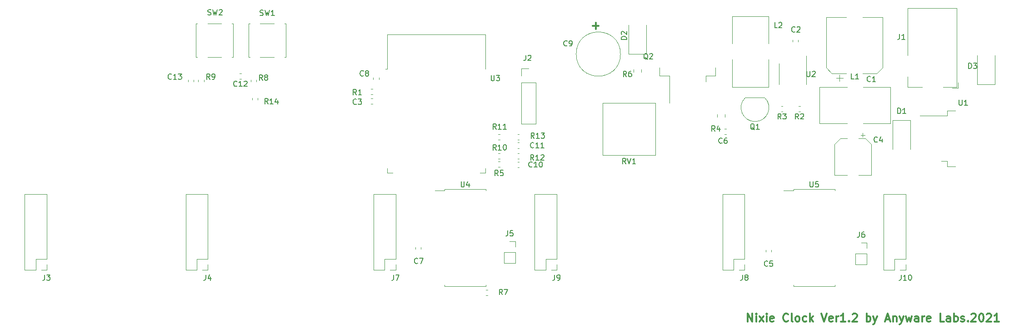
<source format=gbr>
G04 #@! TF.GenerationSoftware,KiCad,Pcbnew,(5.1.2-1)-1*
G04 #@! TF.CreationDate,2021-04-25T16:26:51+08:00*
G04 #@! TF.ProjectId,ESP32-Clock,45535033-322d-4436-9c6f-636b2e6b6963,rev?*
G04 #@! TF.SameCoordinates,Original*
G04 #@! TF.FileFunction,Legend,Top*
G04 #@! TF.FilePolarity,Positive*
%FSLAX46Y46*%
G04 Gerber Fmt 4.6, Leading zero omitted, Abs format (unit mm)*
G04 Created by KiCad (PCBNEW (5.1.2-1)-1) date 2021-04-25 16:26:51*
%MOMM*%
%LPD*%
G04 APERTURE LIST*
%ADD10C,0.300000*%
%ADD11C,0.120000*%
%ADD12C,0.150000*%
G04 APERTURE END LIST*
D10*
X186642857Y-144678571D02*
X186642857Y-143178571D01*
X187499999Y-144678571D01*
X187499999Y-143178571D01*
X188214285Y-144678571D02*
X188214285Y-143678571D01*
X188214285Y-143178571D02*
X188142857Y-143250000D01*
X188214285Y-143321428D01*
X188285714Y-143250000D01*
X188214285Y-143178571D01*
X188214285Y-143321428D01*
X188785714Y-144678571D02*
X189571428Y-143678571D01*
X188785714Y-143678571D02*
X189571428Y-144678571D01*
X190142857Y-144678571D02*
X190142857Y-143678571D01*
X190142857Y-143178571D02*
X190071428Y-143250000D01*
X190142857Y-143321428D01*
X190214285Y-143250000D01*
X190142857Y-143178571D01*
X190142857Y-143321428D01*
X191428571Y-144607142D02*
X191285714Y-144678571D01*
X190999999Y-144678571D01*
X190857142Y-144607142D01*
X190785714Y-144464285D01*
X190785714Y-143892857D01*
X190857142Y-143750000D01*
X190999999Y-143678571D01*
X191285714Y-143678571D01*
X191428571Y-143750000D01*
X191499999Y-143892857D01*
X191499999Y-144035714D01*
X190785714Y-144178571D01*
X194142857Y-144535714D02*
X194071428Y-144607142D01*
X193857142Y-144678571D01*
X193714285Y-144678571D01*
X193499999Y-144607142D01*
X193357142Y-144464285D01*
X193285714Y-144321428D01*
X193214285Y-144035714D01*
X193214285Y-143821428D01*
X193285714Y-143535714D01*
X193357142Y-143392857D01*
X193499999Y-143250000D01*
X193714285Y-143178571D01*
X193857142Y-143178571D01*
X194071428Y-143250000D01*
X194142857Y-143321428D01*
X194999999Y-144678571D02*
X194857142Y-144607142D01*
X194785714Y-144464285D01*
X194785714Y-143178571D01*
X195785714Y-144678571D02*
X195642857Y-144607142D01*
X195571428Y-144535714D01*
X195499999Y-144392857D01*
X195499999Y-143964285D01*
X195571428Y-143821428D01*
X195642857Y-143750000D01*
X195785714Y-143678571D01*
X195999999Y-143678571D01*
X196142857Y-143750000D01*
X196214285Y-143821428D01*
X196285714Y-143964285D01*
X196285714Y-144392857D01*
X196214285Y-144535714D01*
X196142857Y-144607142D01*
X195999999Y-144678571D01*
X195785714Y-144678571D01*
X197571428Y-144607142D02*
X197428571Y-144678571D01*
X197142857Y-144678571D01*
X196999999Y-144607142D01*
X196928571Y-144535714D01*
X196857142Y-144392857D01*
X196857142Y-143964285D01*
X196928571Y-143821428D01*
X196999999Y-143750000D01*
X197142857Y-143678571D01*
X197428571Y-143678571D01*
X197571428Y-143750000D01*
X198214285Y-144678571D02*
X198214285Y-143178571D01*
X198357142Y-144107142D02*
X198785714Y-144678571D01*
X198785714Y-143678571D02*
X198214285Y-144250000D01*
X200357142Y-143178571D02*
X200857142Y-144678571D01*
X201357142Y-143178571D01*
X202428571Y-144607142D02*
X202285714Y-144678571D01*
X201999999Y-144678571D01*
X201857142Y-144607142D01*
X201785714Y-144464285D01*
X201785714Y-143892857D01*
X201857142Y-143750000D01*
X201999999Y-143678571D01*
X202285714Y-143678571D01*
X202428571Y-143750000D01*
X202499999Y-143892857D01*
X202499999Y-144035714D01*
X201785714Y-144178571D01*
X203142857Y-144678571D02*
X203142857Y-143678571D01*
X203142857Y-143964285D02*
X203214285Y-143821428D01*
X203285714Y-143750000D01*
X203428571Y-143678571D01*
X203571428Y-143678571D01*
X204857142Y-144678571D02*
X204000000Y-144678571D01*
X204428571Y-144678571D02*
X204428571Y-143178571D01*
X204285714Y-143392857D01*
X204142857Y-143535714D01*
X204000000Y-143607142D01*
X205500000Y-144535714D02*
X205571428Y-144607142D01*
X205500000Y-144678571D01*
X205428571Y-144607142D01*
X205500000Y-144535714D01*
X205500000Y-144678571D01*
X206142857Y-143321428D02*
X206214285Y-143250000D01*
X206357142Y-143178571D01*
X206714285Y-143178571D01*
X206857142Y-143250000D01*
X206928571Y-143321428D01*
X206999999Y-143464285D01*
X206999999Y-143607142D01*
X206928571Y-143821428D01*
X206071428Y-144678571D01*
X206999999Y-144678571D01*
X208785714Y-144678571D02*
X208785714Y-143178571D01*
X208785714Y-143750000D02*
X208928571Y-143678571D01*
X209214285Y-143678571D01*
X209357142Y-143750000D01*
X209428571Y-143821428D01*
X209499999Y-143964285D01*
X209499999Y-144392857D01*
X209428571Y-144535714D01*
X209357142Y-144607142D01*
X209214285Y-144678571D01*
X208928571Y-144678571D01*
X208785714Y-144607142D01*
X209999999Y-143678571D02*
X210357142Y-144678571D01*
X210714285Y-143678571D02*
X210357142Y-144678571D01*
X210214285Y-145035714D01*
X210142857Y-145107142D01*
X209999999Y-145178571D01*
X212357142Y-144250000D02*
X213071428Y-144250000D01*
X212214285Y-144678571D02*
X212714285Y-143178571D01*
X213214285Y-144678571D01*
X213714285Y-143678571D02*
X213714285Y-144678571D01*
X213714285Y-143821428D02*
X213785714Y-143750000D01*
X213928571Y-143678571D01*
X214142857Y-143678571D01*
X214285714Y-143750000D01*
X214357142Y-143892857D01*
X214357142Y-144678571D01*
X214928571Y-143678571D02*
X215285714Y-144678571D01*
X215642857Y-143678571D02*
X215285714Y-144678571D01*
X215142857Y-145035714D01*
X215071428Y-145107142D01*
X214928571Y-145178571D01*
X216071428Y-143678571D02*
X216357142Y-144678571D01*
X216642857Y-143964285D01*
X216928571Y-144678571D01*
X217214285Y-143678571D01*
X218428571Y-144678571D02*
X218428571Y-143892857D01*
X218357142Y-143750000D01*
X218214285Y-143678571D01*
X217928571Y-143678571D01*
X217785714Y-143750000D01*
X218428571Y-144607142D02*
X218285714Y-144678571D01*
X217928571Y-144678571D01*
X217785714Y-144607142D01*
X217714285Y-144464285D01*
X217714285Y-144321428D01*
X217785714Y-144178571D01*
X217928571Y-144107142D01*
X218285714Y-144107142D01*
X218428571Y-144035714D01*
X219142857Y-144678571D02*
X219142857Y-143678571D01*
X219142857Y-143964285D02*
X219214285Y-143821428D01*
X219285714Y-143750000D01*
X219428571Y-143678571D01*
X219571428Y-143678571D01*
X220642857Y-144607142D02*
X220500000Y-144678571D01*
X220214285Y-144678571D01*
X220071428Y-144607142D01*
X220000000Y-144464285D01*
X220000000Y-143892857D01*
X220071428Y-143750000D01*
X220214285Y-143678571D01*
X220500000Y-143678571D01*
X220642857Y-143750000D01*
X220714285Y-143892857D01*
X220714285Y-144035714D01*
X220000000Y-144178571D01*
X223214285Y-144678571D02*
X222500000Y-144678571D01*
X222500000Y-143178571D01*
X224357142Y-144678571D02*
X224357142Y-143892857D01*
X224285714Y-143750000D01*
X224142857Y-143678571D01*
X223857142Y-143678571D01*
X223714285Y-143750000D01*
X224357142Y-144607142D02*
X224214285Y-144678571D01*
X223857142Y-144678571D01*
X223714285Y-144607142D01*
X223642857Y-144464285D01*
X223642857Y-144321428D01*
X223714285Y-144178571D01*
X223857142Y-144107142D01*
X224214285Y-144107142D01*
X224357142Y-144035714D01*
X225071428Y-144678571D02*
X225071428Y-143178571D01*
X225071428Y-143750000D02*
X225214285Y-143678571D01*
X225500000Y-143678571D01*
X225642857Y-143750000D01*
X225714285Y-143821428D01*
X225785714Y-143964285D01*
X225785714Y-144392857D01*
X225714285Y-144535714D01*
X225642857Y-144607142D01*
X225500000Y-144678571D01*
X225214285Y-144678571D01*
X225071428Y-144607142D01*
X226357142Y-144607142D02*
X226500000Y-144678571D01*
X226785714Y-144678571D01*
X226928571Y-144607142D01*
X227000000Y-144464285D01*
X227000000Y-144392857D01*
X226928571Y-144250000D01*
X226785714Y-144178571D01*
X226571428Y-144178571D01*
X226428571Y-144107142D01*
X226357142Y-143964285D01*
X226357142Y-143892857D01*
X226428571Y-143750000D01*
X226571428Y-143678571D01*
X226785714Y-143678571D01*
X226928571Y-143750000D01*
X227642857Y-144535714D02*
X227714285Y-144607142D01*
X227642857Y-144678571D01*
X227571428Y-144607142D01*
X227642857Y-144535714D01*
X227642857Y-144678571D01*
X228285714Y-143321428D02*
X228357142Y-143250000D01*
X228500000Y-143178571D01*
X228857142Y-143178571D01*
X229000000Y-143250000D01*
X229071428Y-143321428D01*
X229142857Y-143464285D01*
X229142857Y-143607142D01*
X229071428Y-143821428D01*
X228214285Y-144678571D01*
X229142857Y-144678571D01*
X230071428Y-143178571D02*
X230214285Y-143178571D01*
X230357142Y-143250000D01*
X230428571Y-143321428D01*
X230500000Y-143464285D01*
X230571428Y-143750000D01*
X230571428Y-144107142D01*
X230500000Y-144392857D01*
X230428571Y-144535714D01*
X230357142Y-144607142D01*
X230214285Y-144678571D01*
X230071428Y-144678571D01*
X229928571Y-144607142D01*
X229857142Y-144535714D01*
X229785714Y-144392857D01*
X229714285Y-144107142D01*
X229714285Y-143750000D01*
X229785714Y-143464285D01*
X229857142Y-143321428D01*
X229928571Y-143250000D01*
X230071428Y-143178571D01*
X231142857Y-143321428D02*
X231214285Y-143250000D01*
X231357142Y-143178571D01*
X231714285Y-143178571D01*
X231857142Y-143250000D01*
X231928571Y-143321428D01*
X232000000Y-143464285D01*
X232000000Y-143607142D01*
X231928571Y-143821428D01*
X231071428Y-144678571D01*
X232000000Y-144678571D01*
X233428571Y-144678571D02*
X232571428Y-144678571D01*
X233000000Y-144678571D02*
X233000000Y-143178571D01*
X232857142Y-143392857D01*
X232714285Y-143535714D01*
X232571428Y-143607142D01*
X158871428Y-89507142D02*
X157728571Y-89507142D01*
X158300000Y-90078571D02*
X158300000Y-88935714D01*
D11*
X165390000Y-97641422D02*
X165390000Y-98158578D01*
X166810000Y-97641422D02*
X166810000Y-98158578D01*
X197560000Y-98500000D02*
X197560000Y-95050000D01*
X197560000Y-98500000D02*
X197560000Y-100450000D01*
X192440000Y-98500000D02*
X192440000Y-96550000D01*
X192440000Y-98500000D02*
X192440000Y-100450000D01*
X56060000Y-135060000D02*
X55000000Y-135060000D01*
X56060000Y-134000000D02*
X56060000Y-135060000D01*
X54000000Y-135060000D02*
X51940000Y-135060000D01*
X54000000Y-133000000D02*
X54000000Y-135060000D01*
X56060000Y-133000000D02*
X54000000Y-133000000D01*
X51940000Y-135060000D02*
X51940000Y-120940000D01*
X56060000Y-133000000D02*
X56060000Y-120940000D01*
X56060000Y-120940000D02*
X51940000Y-120940000D01*
X86060000Y-135060000D02*
X85000000Y-135060000D01*
X86060000Y-134000000D02*
X86060000Y-135060000D01*
X84000000Y-135060000D02*
X81940000Y-135060000D01*
X84000000Y-133000000D02*
X84000000Y-135060000D01*
X86060000Y-133000000D02*
X84000000Y-133000000D01*
X81940000Y-135060000D02*
X81940000Y-120940000D01*
X86060000Y-133000000D02*
X86060000Y-120940000D01*
X86060000Y-120940000D02*
X81940000Y-120940000D01*
X121060000Y-135060000D02*
X120000000Y-135060000D01*
X121060000Y-134000000D02*
X121060000Y-135060000D01*
X119000000Y-135060000D02*
X116940000Y-135060000D01*
X119000000Y-133000000D02*
X119000000Y-135060000D01*
X121060000Y-133000000D02*
X119000000Y-133000000D01*
X116940000Y-135060000D02*
X116940000Y-120940000D01*
X121060000Y-133000000D02*
X121060000Y-120940000D01*
X121060000Y-120940000D02*
X116940000Y-120940000D01*
X186060000Y-135060000D02*
X185000000Y-135060000D01*
X186060000Y-134000000D02*
X186060000Y-135060000D01*
X184000000Y-135060000D02*
X181940000Y-135060000D01*
X184000000Y-133000000D02*
X184000000Y-135060000D01*
X186060000Y-133000000D02*
X184000000Y-133000000D01*
X181940000Y-135060000D02*
X181940000Y-120940000D01*
X186060000Y-133000000D02*
X186060000Y-120940000D01*
X186060000Y-120940000D02*
X181940000Y-120940000D01*
X151060000Y-135060000D02*
X150000000Y-135060000D01*
X151060000Y-134000000D02*
X151060000Y-135060000D01*
X149000000Y-135060000D02*
X146940000Y-135060000D01*
X149000000Y-133000000D02*
X149000000Y-135060000D01*
X151060000Y-133000000D02*
X149000000Y-133000000D01*
X146940000Y-135060000D02*
X146940000Y-120940000D01*
X151060000Y-133000000D02*
X151060000Y-120940000D01*
X151060000Y-120940000D02*
X146940000Y-120940000D01*
X216060000Y-135060000D02*
X215000000Y-135060000D01*
X216060000Y-134000000D02*
X216060000Y-135060000D01*
X214000000Y-135060000D02*
X211940000Y-135060000D01*
X214000000Y-133000000D02*
X214000000Y-135060000D01*
X216060000Y-133000000D02*
X214000000Y-133000000D01*
X211940000Y-135060000D02*
X211940000Y-120940000D01*
X216060000Y-133000000D02*
X216060000Y-120940000D01*
X216060000Y-120940000D02*
X211940000Y-120940000D01*
X211760000Y-87840000D02*
X208010000Y-87840000D01*
X201240000Y-87840000D02*
X204990000Y-87840000D01*
X201240000Y-97295563D02*
X201240000Y-87840000D01*
X211760000Y-97295563D02*
X211760000Y-87840000D01*
X210695563Y-98360000D02*
X208010000Y-98360000D01*
X202304437Y-98360000D02*
X204990000Y-98360000D01*
X202304437Y-98360000D02*
X201240000Y-97295563D01*
X210695563Y-98360000D02*
X211760000Y-97295563D01*
X203740000Y-99850000D02*
X203740000Y-98600000D01*
X203115000Y-99225000D02*
X204365000Y-99225000D01*
X196010000Y-92412779D02*
X196010000Y-92087221D01*
X194990000Y-92412779D02*
X194990000Y-92087221D01*
X116725279Y-103040000D02*
X116399721Y-103040000D01*
X116725279Y-104060000D02*
X116399721Y-104060000D01*
X202790000Y-117310000D02*
X205140000Y-117310000D01*
X209610000Y-117310000D02*
X207260000Y-117310000D01*
X209610000Y-111554437D02*
X209610000Y-117310000D01*
X202790000Y-111554437D02*
X202790000Y-117310000D01*
X203854437Y-110490000D02*
X205140000Y-110490000D01*
X208545563Y-110490000D02*
X207260000Y-110490000D01*
X208545563Y-110490000D02*
X209610000Y-111554437D01*
X203854437Y-110490000D02*
X202790000Y-111554437D01*
X208047500Y-109462500D02*
X208047500Y-110250000D01*
X208441250Y-109856250D02*
X207653750Y-109856250D01*
X191010000Y-131337221D02*
X191010000Y-131662779D01*
X189990000Y-131337221D02*
X189990000Y-131662779D01*
X182337221Y-108690000D02*
X182662779Y-108690000D01*
X182337221Y-109710000D02*
X182662779Y-109710000D01*
X124740000Y-130837221D02*
X124740000Y-131162779D01*
X125760000Y-130837221D02*
X125760000Y-131162779D01*
X116890000Y-99475279D02*
X116890000Y-99149721D01*
X117910000Y-99475279D02*
X117910000Y-99149721D01*
X162920000Y-94750000D02*
G75*
G03X162920000Y-94750000I-4120000J0D01*
G01*
X216900000Y-107100000D02*
X213600000Y-107100000D01*
X213600000Y-107100000D02*
X213600000Y-112500000D01*
X216900000Y-107100000D02*
X216900000Y-112500000D01*
X164450000Y-94700000D02*
X164450000Y-89300000D01*
X167750000Y-94700000D02*
X167750000Y-89300000D01*
X164450000Y-94700000D02*
X167750000Y-94700000D01*
X224750000Y-101100000D02*
X225800000Y-101100000D01*
X225800000Y-100050000D02*
X225800000Y-101100000D01*
X216400000Y-95000000D02*
X216400000Y-86200000D01*
X216400000Y-86200000D02*
X225600000Y-86200000D01*
X219100000Y-100900000D02*
X216400000Y-100900000D01*
X216400000Y-100900000D02*
X216400000Y-99000000D01*
X225600000Y-86200000D02*
X225600000Y-100900000D01*
X225600000Y-100900000D02*
X223000000Y-100900000D01*
X144470000Y-107750000D02*
X147130000Y-107750000D01*
X144470000Y-100070000D02*
X144470000Y-107750000D01*
X147130000Y-100070000D02*
X147130000Y-107750000D01*
X144470000Y-100070000D02*
X147130000Y-100070000D01*
X144470000Y-98800000D02*
X144470000Y-97470000D01*
X144470000Y-97470000D02*
X145800000Y-97470000D01*
X142250000Y-129690000D02*
X143310000Y-129690000D01*
X143310000Y-129690000D02*
X143310000Y-130750000D01*
X143310000Y-131750000D02*
X143310000Y-133810000D01*
X141190000Y-133810000D02*
X143310000Y-133810000D01*
X141190000Y-131750000D02*
X141190000Y-133810000D01*
X141190000Y-131750000D02*
X143310000Y-131750000D01*
X206690000Y-132000000D02*
X208810000Y-132000000D01*
X206690000Y-132000000D02*
X206690000Y-134060000D01*
X206690000Y-134060000D02*
X208810000Y-134060000D01*
X208810000Y-132000000D02*
X208810000Y-134060000D01*
X208810000Y-129940000D02*
X208810000Y-131000000D01*
X207750000Y-129940000D02*
X208810000Y-129940000D01*
X199980000Y-100930000D02*
X205122000Y-100930000D01*
X208078000Y-100930000D02*
X213220000Y-100930000D01*
X199980000Y-107670000D02*
X205122000Y-107670000D01*
X208078000Y-107670000D02*
X213220000Y-107670000D01*
X199980000Y-100930000D02*
X199980000Y-107670000D01*
X213220000Y-100930000D02*
X213220000Y-107670000D01*
X190470000Y-100920000D02*
X183730000Y-100920000D01*
X190470000Y-87680000D02*
X183730000Y-87680000D01*
X183730000Y-95778000D02*
X183730000Y-100920000D01*
X183730000Y-87680000D02*
X183730000Y-92822000D01*
X190470000Y-95778000D02*
X190470000Y-100920000D01*
X190470000Y-87680000D02*
X190470000Y-92822000D01*
X189780000Y-102900000D02*
X186180000Y-102900000D01*
X189818478Y-102911522D02*
G75*
G02X187980000Y-107350000I-1838478J-1838478D01*
G01*
X186141522Y-102911522D02*
G75*
G03X187980000Y-107350000I1838478J-1838478D01*
G01*
X170200000Y-97300000D02*
X170200000Y-98800000D01*
X170200000Y-98800000D02*
X172010000Y-98800000D01*
X172010000Y-98800000D02*
X172010000Y-103925000D01*
X180600000Y-97300000D02*
X180600000Y-98800000D01*
X180600000Y-98800000D02*
X178790000Y-98800000D01*
X178790000Y-98800000D02*
X178790000Y-99900000D01*
X116762779Y-101290000D02*
X116437221Y-101290000D01*
X116762779Y-102310000D02*
X116437221Y-102310000D01*
X196412779Y-105510000D02*
X196087221Y-105510000D01*
X196412779Y-104490000D02*
X196087221Y-104490000D01*
X193162779Y-104490000D02*
X192837221Y-104490000D01*
X193162779Y-105510000D02*
X192837221Y-105510000D01*
X182360000Y-105991422D02*
X182360000Y-106508578D01*
X180940000Y-105991422D02*
X180940000Y-106508578D01*
X140475279Y-115810000D02*
X140149721Y-115810000D01*
X140475279Y-114790000D02*
X140149721Y-114790000D01*
X137837221Y-138740000D02*
X138162779Y-138740000D01*
X137837221Y-139760000D02*
X138162779Y-139760000D01*
X169400000Y-113625000D02*
X159630000Y-113625000D01*
X169400000Y-103855000D02*
X159630000Y-103855000D01*
X169400000Y-113625000D02*
X169400000Y-103855000D01*
X159630000Y-113625000D02*
X159630000Y-103855000D01*
X225300000Y-105300000D02*
X223800000Y-105300000D01*
X223800000Y-105300000D02*
X223800000Y-106250000D01*
X223800000Y-106250000D02*
X218675000Y-106250000D01*
X225300000Y-115700000D02*
X223800000Y-115700000D01*
X223800000Y-115700000D02*
X223800000Y-114750000D01*
X223800000Y-114750000D02*
X222700000Y-114750000D01*
X119480000Y-116100000D02*
X119480000Y-116880000D01*
X119480000Y-116880000D02*
X120480000Y-116880000D01*
X137720000Y-116100000D02*
X137720000Y-116880000D01*
X137720000Y-116880000D02*
X136720000Y-116880000D01*
X119480000Y-91135000D02*
X137720000Y-91135000D01*
X137720000Y-91135000D02*
X137720000Y-97555000D01*
X119480000Y-91135000D02*
X119480000Y-97555000D01*
X119480000Y-97555000D02*
X119100000Y-97555000D01*
X130140000Y-120185000D02*
X128325000Y-120185000D01*
X130140000Y-119940000D02*
X130140000Y-120185000D01*
X134000000Y-119940000D02*
X130140000Y-119940000D01*
X137860000Y-119940000D02*
X137860000Y-120185000D01*
X134000000Y-119940000D02*
X137860000Y-119940000D01*
X130140000Y-138060000D02*
X130140000Y-137815000D01*
X134000000Y-138060000D02*
X130140000Y-138060000D01*
X137860000Y-138060000D02*
X137860000Y-137815000D01*
X134000000Y-138060000D02*
X137860000Y-138060000D01*
X199000000Y-138060000D02*
X202860000Y-138060000D01*
X202860000Y-138060000D02*
X202860000Y-137815000D01*
X199000000Y-138060000D02*
X195140000Y-138060000D01*
X195140000Y-138060000D02*
X195140000Y-137815000D01*
X199000000Y-119940000D02*
X202860000Y-119940000D01*
X202860000Y-119940000D02*
X202860000Y-120185000D01*
X199000000Y-119940000D02*
X195140000Y-119940000D01*
X195140000Y-119940000D02*
X195140000Y-120185000D01*
X195140000Y-120185000D02*
X193325000Y-120185000D01*
X229350000Y-100400000D02*
X232650000Y-100400000D01*
X232650000Y-100400000D02*
X232650000Y-95000000D01*
X229350000Y-100400000D02*
X229350000Y-95000000D01*
X94090000Y-99862779D02*
X94090000Y-99537221D01*
X95110000Y-99862779D02*
X95110000Y-99537221D01*
X85310000Y-99862779D02*
X85310000Y-99537221D01*
X84290000Y-99862779D02*
X84290000Y-99537221D01*
X95800000Y-89050000D02*
X98400000Y-89050000D01*
X100550000Y-95350000D02*
X100300000Y-95350000D01*
X100550000Y-89050000D02*
X100550000Y-95350000D01*
X100300000Y-89050000D02*
X100550000Y-89050000D01*
X98400000Y-95350000D02*
X95800000Y-95350000D01*
X93650000Y-89050000D02*
X93900000Y-89050000D01*
X93650000Y-95350000D02*
X93650000Y-89050000D01*
X93900000Y-95350000D02*
X93650000Y-95350000D01*
X84100000Y-95350000D02*
X83850000Y-95350000D01*
X83850000Y-95350000D02*
X83850000Y-89050000D01*
X83850000Y-89050000D02*
X84100000Y-89050000D01*
X88600000Y-95350000D02*
X86000000Y-95350000D01*
X90500000Y-89050000D02*
X90750000Y-89050000D01*
X90750000Y-89050000D02*
X90750000Y-95350000D01*
X90750000Y-95350000D02*
X90500000Y-95350000D01*
X86000000Y-89050000D02*
X88600000Y-89050000D01*
X144062779Y-115910000D02*
X143737221Y-115910000D01*
X144062779Y-114890000D02*
X143737221Y-114890000D01*
X144062779Y-111290000D02*
X143737221Y-111290000D01*
X144062779Y-112310000D02*
X143737221Y-112310000D01*
X140462779Y-114310000D02*
X140137221Y-114310000D01*
X140462779Y-113290000D02*
X140137221Y-113290000D01*
X140462779Y-109690000D02*
X140137221Y-109690000D01*
X140462779Y-110710000D02*
X140137221Y-110710000D01*
X143737221Y-113290000D02*
X144062779Y-113290000D01*
X143737221Y-114310000D02*
X144062779Y-114310000D01*
X143737221Y-110710000D02*
X144062779Y-110710000D01*
X143737221Y-109690000D02*
X144062779Y-109690000D01*
X95310000Y-102937221D02*
X95310000Y-103262779D01*
X94290000Y-102937221D02*
X94290000Y-103262779D01*
X92275279Y-99410000D02*
X91949721Y-99410000D01*
X92275279Y-98390000D02*
X91949721Y-98390000D01*
X82390000Y-99537221D02*
X82390000Y-99862779D01*
X83410000Y-99537221D02*
X83410000Y-99862779D01*
D12*
X164033333Y-98952380D02*
X163700000Y-98476190D01*
X163461904Y-98952380D02*
X163461904Y-97952380D01*
X163842857Y-97952380D01*
X163938095Y-98000000D01*
X163985714Y-98047619D01*
X164033333Y-98142857D01*
X164033333Y-98285714D01*
X163985714Y-98380952D01*
X163938095Y-98428571D01*
X163842857Y-98476190D01*
X163461904Y-98476190D01*
X164890476Y-97952380D02*
X164700000Y-97952380D01*
X164604761Y-98000000D01*
X164557142Y-98047619D01*
X164461904Y-98190476D01*
X164414285Y-98380952D01*
X164414285Y-98761904D01*
X164461904Y-98857142D01*
X164509523Y-98904761D01*
X164604761Y-98952380D01*
X164795238Y-98952380D01*
X164890476Y-98904761D01*
X164938095Y-98857142D01*
X164985714Y-98761904D01*
X164985714Y-98523809D01*
X164938095Y-98428571D01*
X164890476Y-98380952D01*
X164795238Y-98333333D01*
X164604761Y-98333333D01*
X164509523Y-98380952D01*
X164461904Y-98428571D01*
X164414285Y-98523809D01*
X197638095Y-97952380D02*
X197638095Y-98761904D01*
X197685714Y-98857142D01*
X197733333Y-98904761D01*
X197828571Y-98952380D01*
X198019047Y-98952380D01*
X198114285Y-98904761D01*
X198161904Y-98857142D01*
X198209523Y-98761904D01*
X198209523Y-97952380D01*
X198638095Y-98047619D02*
X198685714Y-98000000D01*
X198780952Y-97952380D01*
X199019047Y-97952380D01*
X199114285Y-98000000D01*
X199161904Y-98047619D01*
X199209523Y-98142857D01*
X199209523Y-98238095D01*
X199161904Y-98380952D01*
X198590476Y-98952380D01*
X199209523Y-98952380D01*
X55666666Y-135952380D02*
X55666666Y-136666666D01*
X55619047Y-136809523D01*
X55523809Y-136904761D01*
X55380952Y-136952380D01*
X55285714Y-136952380D01*
X56047619Y-135952380D02*
X56666666Y-135952380D01*
X56333333Y-136333333D01*
X56476190Y-136333333D01*
X56571428Y-136380952D01*
X56619047Y-136428571D01*
X56666666Y-136523809D01*
X56666666Y-136761904D01*
X56619047Y-136857142D01*
X56571428Y-136904761D01*
X56476190Y-136952380D01*
X56190476Y-136952380D01*
X56095238Y-136904761D01*
X56047619Y-136857142D01*
X85666666Y-135952380D02*
X85666666Y-136666666D01*
X85619047Y-136809523D01*
X85523809Y-136904761D01*
X85380952Y-136952380D01*
X85285714Y-136952380D01*
X86571428Y-136285714D02*
X86571428Y-136952380D01*
X86333333Y-135904761D02*
X86095238Y-136619047D01*
X86714285Y-136619047D01*
X120666666Y-135952380D02*
X120666666Y-136666666D01*
X120619047Y-136809523D01*
X120523809Y-136904761D01*
X120380952Y-136952380D01*
X120285714Y-136952380D01*
X121047619Y-135952380D02*
X121714285Y-135952380D01*
X121285714Y-136952380D01*
X185666666Y-135952380D02*
X185666666Y-136666666D01*
X185619047Y-136809523D01*
X185523809Y-136904761D01*
X185380952Y-136952380D01*
X185285714Y-136952380D01*
X186285714Y-136380952D02*
X186190476Y-136333333D01*
X186142857Y-136285714D01*
X186095238Y-136190476D01*
X186095238Y-136142857D01*
X186142857Y-136047619D01*
X186190476Y-136000000D01*
X186285714Y-135952380D01*
X186476190Y-135952380D01*
X186571428Y-136000000D01*
X186619047Y-136047619D01*
X186666666Y-136142857D01*
X186666666Y-136190476D01*
X186619047Y-136285714D01*
X186571428Y-136333333D01*
X186476190Y-136380952D01*
X186285714Y-136380952D01*
X186190476Y-136428571D01*
X186142857Y-136476190D01*
X186095238Y-136571428D01*
X186095238Y-136761904D01*
X186142857Y-136857142D01*
X186190476Y-136904761D01*
X186285714Y-136952380D01*
X186476190Y-136952380D01*
X186571428Y-136904761D01*
X186619047Y-136857142D01*
X186666666Y-136761904D01*
X186666666Y-136571428D01*
X186619047Y-136476190D01*
X186571428Y-136428571D01*
X186476190Y-136380952D01*
X150666666Y-135952380D02*
X150666666Y-136666666D01*
X150619047Y-136809523D01*
X150523809Y-136904761D01*
X150380952Y-136952380D01*
X150285714Y-136952380D01*
X151190476Y-136952380D02*
X151380952Y-136952380D01*
X151476190Y-136904761D01*
X151523809Y-136857142D01*
X151619047Y-136714285D01*
X151666666Y-136523809D01*
X151666666Y-136142857D01*
X151619047Y-136047619D01*
X151571428Y-136000000D01*
X151476190Y-135952380D01*
X151285714Y-135952380D01*
X151190476Y-136000000D01*
X151142857Y-136047619D01*
X151095238Y-136142857D01*
X151095238Y-136380952D01*
X151142857Y-136476190D01*
X151190476Y-136523809D01*
X151285714Y-136571428D01*
X151476190Y-136571428D01*
X151571428Y-136523809D01*
X151619047Y-136476190D01*
X151666666Y-136380952D01*
X215190476Y-135952380D02*
X215190476Y-136666666D01*
X215142857Y-136809523D01*
X215047619Y-136904761D01*
X214904761Y-136952380D01*
X214809523Y-136952380D01*
X216190476Y-136952380D02*
X215619047Y-136952380D01*
X215904761Y-136952380D02*
X215904761Y-135952380D01*
X215809523Y-136095238D01*
X215714285Y-136190476D01*
X215619047Y-136238095D01*
X216809523Y-135952380D02*
X216904761Y-135952380D01*
X217000000Y-136000000D01*
X217047619Y-136047619D01*
X217095238Y-136142857D01*
X217142857Y-136333333D01*
X217142857Y-136571428D01*
X217095238Y-136761904D01*
X217047619Y-136857142D01*
X217000000Y-136904761D01*
X216904761Y-136952380D01*
X216809523Y-136952380D01*
X216714285Y-136904761D01*
X216666666Y-136857142D01*
X216619047Y-136761904D01*
X216571428Y-136571428D01*
X216571428Y-136333333D01*
X216619047Y-136142857D01*
X216666666Y-136047619D01*
X216714285Y-136000000D01*
X216809523Y-135952380D01*
X209483333Y-99807142D02*
X209435714Y-99854761D01*
X209292857Y-99902380D01*
X209197619Y-99902380D01*
X209054761Y-99854761D01*
X208959523Y-99759523D01*
X208911904Y-99664285D01*
X208864285Y-99473809D01*
X208864285Y-99330952D01*
X208911904Y-99140476D01*
X208959523Y-99045238D01*
X209054761Y-98950000D01*
X209197619Y-98902380D01*
X209292857Y-98902380D01*
X209435714Y-98950000D01*
X209483333Y-98997619D01*
X210435714Y-99902380D02*
X209864285Y-99902380D01*
X210150000Y-99902380D02*
X210150000Y-98902380D01*
X210054761Y-99045238D01*
X209959523Y-99140476D01*
X209864285Y-99188095D01*
X195433333Y-90557142D02*
X195385714Y-90604761D01*
X195242857Y-90652380D01*
X195147619Y-90652380D01*
X195004761Y-90604761D01*
X194909523Y-90509523D01*
X194861904Y-90414285D01*
X194814285Y-90223809D01*
X194814285Y-90080952D01*
X194861904Y-89890476D01*
X194909523Y-89795238D01*
X195004761Y-89700000D01*
X195147619Y-89652380D01*
X195242857Y-89652380D01*
X195385714Y-89700000D01*
X195433333Y-89747619D01*
X195814285Y-89747619D02*
X195861904Y-89700000D01*
X195957142Y-89652380D01*
X196195238Y-89652380D01*
X196290476Y-89700000D01*
X196338095Y-89747619D01*
X196385714Y-89842857D01*
X196385714Y-89938095D01*
X196338095Y-90080952D01*
X195766666Y-90652380D01*
X196385714Y-90652380D01*
X113733333Y-104057142D02*
X113685714Y-104104761D01*
X113542857Y-104152380D01*
X113447619Y-104152380D01*
X113304761Y-104104761D01*
X113209523Y-104009523D01*
X113161904Y-103914285D01*
X113114285Y-103723809D01*
X113114285Y-103580952D01*
X113161904Y-103390476D01*
X113209523Y-103295238D01*
X113304761Y-103200000D01*
X113447619Y-103152380D01*
X113542857Y-103152380D01*
X113685714Y-103200000D01*
X113733333Y-103247619D01*
X114066666Y-103152380D02*
X114685714Y-103152380D01*
X114352380Y-103533333D01*
X114495238Y-103533333D01*
X114590476Y-103580952D01*
X114638095Y-103628571D01*
X114685714Y-103723809D01*
X114685714Y-103961904D01*
X114638095Y-104057142D01*
X114590476Y-104104761D01*
X114495238Y-104152380D01*
X114209523Y-104152380D01*
X114114285Y-104104761D01*
X114066666Y-104057142D01*
X210783333Y-111107142D02*
X210735714Y-111154761D01*
X210592857Y-111202380D01*
X210497619Y-111202380D01*
X210354761Y-111154761D01*
X210259523Y-111059523D01*
X210211904Y-110964285D01*
X210164285Y-110773809D01*
X210164285Y-110630952D01*
X210211904Y-110440476D01*
X210259523Y-110345238D01*
X210354761Y-110250000D01*
X210497619Y-110202380D01*
X210592857Y-110202380D01*
X210735714Y-110250000D01*
X210783333Y-110297619D01*
X211640476Y-110535714D02*
X211640476Y-111202380D01*
X211402380Y-110154761D02*
X211164285Y-110869047D01*
X211783333Y-110869047D01*
X190333333Y-134257142D02*
X190285714Y-134304761D01*
X190142857Y-134352380D01*
X190047619Y-134352380D01*
X189904761Y-134304761D01*
X189809523Y-134209523D01*
X189761904Y-134114285D01*
X189714285Y-133923809D01*
X189714285Y-133780952D01*
X189761904Y-133590476D01*
X189809523Y-133495238D01*
X189904761Y-133400000D01*
X190047619Y-133352380D01*
X190142857Y-133352380D01*
X190285714Y-133400000D01*
X190333333Y-133447619D01*
X191238095Y-133352380D02*
X190761904Y-133352380D01*
X190714285Y-133828571D01*
X190761904Y-133780952D01*
X190857142Y-133733333D01*
X191095238Y-133733333D01*
X191190476Y-133780952D01*
X191238095Y-133828571D01*
X191285714Y-133923809D01*
X191285714Y-134161904D01*
X191238095Y-134257142D01*
X191190476Y-134304761D01*
X191095238Y-134352380D01*
X190857142Y-134352380D01*
X190761904Y-134304761D01*
X190714285Y-134257142D01*
X181845833Y-111307142D02*
X181798214Y-111354761D01*
X181655357Y-111402380D01*
X181560119Y-111402380D01*
X181417261Y-111354761D01*
X181322023Y-111259523D01*
X181274404Y-111164285D01*
X181226785Y-110973809D01*
X181226785Y-110830952D01*
X181274404Y-110640476D01*
X181322023Y-110545238D01*
X181417261Y-110450000D01*
X181560119Y-110402380D01*
X181655357Y-110402380D01*
X181798214Y-110450000D01*
X181845833Y-110497619D01*
X182702976Y-110402380D02*
X182512500Y-110402380D01*
X182417261Y-110450000D01*
X182369642Y-110497619D01*
X182274404Y-110640476D01*
X182226785Y-110830952D01*
X182226785Y-111211904D01*
X182274404Y-111307142D01*
X182322023Y-111354761D01*
X182417261Y-111402380D01*
X182607738Y-111402380D01*
X182702976Y-111354761D01*
X182750595Y-111307142D01*
X182798214Y-111211904D01*
X182798214Y-110973809D01*
X182750595Y-110878571D01*
X182702976Y-110830952D01*
X182607738Y-110783333D01*
X182417261Y-110783333D01*
X182322023Y-110830952D01*
X182274404Y-110878571D01*
X182226785Y-110973809D01*
X125133333Y-133757142D02*
X125085714Y-133804761D01*
X124942857Y-133852380D01*
X124847619Y-133852380D01*
X124704761Y-133804761D01*
X124609523Y-133709523D01*
X124561904Y-133614285D01*
X124514285Y-133423809D01*
X124514285Y-133280952D01*
X124561904Y-133090476D01*
X124609523Y-132995238D01*
X124704761Y-132900000D01*
X124847619Y-132852380D01*
X124942857Y-132852380D01*
X125085714Y-132900000D01*
X125133333Y-132947619D01*
X125466666Y-132852380D02*
X126133333Y-132852380D01*
X125704761Y-133852380D01*
X115033333Y-98757142D02*
X114985714Y-98804761D01*
X114842857Y-98852380D01*
X114747619Y-98852380D01*
X114604761Y-98804761D01*
X114509523Y-98709523D01*
X114461904Y-98614285D01*
X114414285Y-98423809D01*
X114414285Y-98280952D01*
X114461904Y-98090476D01*
X114509523Y-97995238D01*
X114604761Y-97900000D01*
X114747619Y-97852380D01*
X114842857Y-97852380D01*
X114985714Y-97900000D01*
X115033333Y-97947619D01*
X115604761Y-98280952D02*
X115509523Y-98233333D01*
X115461904Y-98185714D01*
X115414285Y-98090476D01*
X115414285Y-98042857D01*
X115461904Y-97947619D01*
X115509523Y-97900000D01*
X115604761Y-97852380D01*
X115795238Y-97852380D01*
X115890476Y-97900000D01*
X115938095Y-97947619D01*
X115985714Y-98042857D01*
X115985714Y-98090476D01*
X115938095Y-98185714D01*
X115890476Y-98233333D01*
X115795238Y-98280952D01*
X115604761Y-98280952D01*
X115509523Y-98328571D01*
X115461904Y-98376190D01*
X115414285Y-98471428D01*
X115414285Y-98661904D01*
X115461904Y-98757142D01*
X115509523Y-98804761D01*
X115604761Y-98852380D01*
X115795238Y-98852380D01*
X115890476Y-98804761D01*
X115938095Y-98757142D01*
X115985714Y-98661904D01*
X115985714Y-98471428D01*
X115938095Y-98376190D01*
X115890476Y-98328571D01*
X115795238Y-98280952D01*
X152983333Y-93157142D02*
X152935714Y-93204761D01*
X152792857Y-93252380D01*
X152697619Y-93252380D01*
X152554761Y-93204761D01*
X152459523Y-93109523D01*
X152411904Y-93014285D01*
X152364285Y-92823809D01*
X152364285Y-92680952D01*
X152411904Y-92490476D01*
X152459523Y-92395238D01*
X152554761Y-92300000D01*
X152697619Y-92252380D01*
X152792857Y-92252380D01*
X152935714Y-92300000D01*
X152983333Y-92347619D01*
X153459523Y-93252380D02*
X153650000Y-93252380D01*
X153745238Y-93204761D01*
X153792857Y-93157142D01*
X153888095Y-93014285D01*
X153935714Y-92823809D01*
X153935714Y-92442857D01*
X153888095Y-92347619D01*
X153840476Y-92300000D01*
X153745238Y-92252380D01*
X153554761Y-92252380D01*
X153459523Y-92300000D01*
X153411904Y-92347619D01*
X153364285Y-92442857D01*
X153364285Y-92680952D01*
X153411904Y-92776190D01*
X153459523Y-92823809D01*
X153554761Y-92871428D01*
X153745238Y-92871428D01*
X153840476Y-92823809D01*
X153888095Y-92776190D01*
X153935714Y-92680952D01*
X214561904Y-105852380D02*
X214561904Y-104852380D01*
X214800000Y-104852380D01*
X214942857Y-104900000D01*
X215038095Y-104995238D01*
X215085714Y-105090476D01*
X215133333Y-105280952D01*
X215133333Y-105423809D01*
X215085714Y-105614285D01*
X215038095Y-105709523D01*
X214942857Y-105804761D01*
X214800000Y-105852380D01*
X214561904Y-105852380D01*
X216085714Y-105852380D02*
X215514285Y-105852380D01*
X215800000Y-105852380D02*
X215800000Y-104852380D01*
X215704761Y-104995238D01*
X215609523Y-105090476D01*
X215514285Y-105138095D01*
X164052380Y-92038095D02*
X163052380Y-92038095D01*
X163052380Y-91800000D01*
X163100000Y-91657142D01*
X163195238Y-91561904D01*
X163290476Y-91514285D01*
X163480952Y-91466666D01*
X163623809Y-91466666D01*
X163814285Y-91514285D01*
X163909523Y-91561904D01*
X164004761Y-91657142D01*
X164052380Y-91800000D01*
X164052380Y-92038095D01*
X163147619Y-91085714D02*
X163100000Y-91038095D01*
X163052380Y-90942857D01*
X163052380Y-90704761D01*
X163100000Y-90609523D01*
X163147619Y-90561904D01*
X163242857Y-90514285D01*
X163338095Y-90514285D01*
X163480952Y-90561904D01*
X164052380Y-91133333D01*
X164052380Y-90514285D01*
X214916666Y-91002380D02*
X214916666Y-91716666D01*
X214869047Y-91859523D01*
X214773809Y-91954761D01*
X214630952Y-92002380D01*
X214535714Y-92002380D01*
X215916666Y-92002380D02*
X215345238Y-92002380D01*
X215630952Y-92002380D02*
X215630952Y-91002380D01*
X215535714Y-91145238D01*
X215440476Y-91240476D01*
X215345238Y-91288095D01*
X145266666Y-94952380D02*
X145266666Y-95666666D01*
X145219047Y-95809523D01*
X145123809Y-95904761D01*
X144980952Y-95952380D01*
X144885714Y-95952380D01*
X145695238Y-95047619D02*
X145742857Y-95000000D01*
X145838095Y-94952380D01*
X146076190Y-94952380D01*
X146171428Y-95000000D01*
X146219047Y-95047619D01*
X146266666Y-95142857D01*
X146266666Y-95238095D01*
X146219047Y-95380952D01*
X145647619Y-95952380D01*
X146266666Y-95952380D01*
X141916666Y-127702380D02*
X141916666Y-128416666D01*
X141869047Y-128559523D01*
X141773809Y-128654761D01*
X141630952Y-128702380D01*
X141535714Y-128702380D01*
X142869047Y-127702380D02*
X142392857Y-127702380D01*
X142345238Y-128178571D01*
X142392857Y-128130952D01*
X142488095Y-128083333D01*
X142726190Y-128083333D01*
X142821428Y-128130952D01*
X142869047Y-128178571D01*
X142916666Y-128273809D01*
X142916666Y-128511904D01*
X142869047Y-128607142D01*
X142821428Y-128654761D01*
X142726190Y-128702380D01*
X142488095Y-128702380D01*
X142392857Y-128654761D01*
X142345238Y-128607142D01*
X207416666Y-127952380D02*
X207416666Y-128666666D01*
X207369047Y-128809523D01*
X207273809Y-128904761D01*
X207130952Y-128952380D01*
X207035714Y-128952380D01*
X208321428Y-127952380D02*
X208130952Y-127952380D01*
X208035714Y-128000000D01*
X207988095Y-128047619D01*
X207892857Y-128190476D01*
X207845238Y-128380952D01*
X207845238Y-128761904D01*
X207892857Y-128857142D01*
X207940476Y-128904761D01*
X208035714Y-128952380D01*
X208226190Y-128952380D01*
X208321428Y-128904761D01*
X208369047Y-128857142D01*
X208416666Y-128761904D01*
X208416666Y-128523809D01*
X208369047Y-128428571D01*
X208321428Y-128380952D01*
X208226190Y-128333333D01*
X208035714Y-128333333D01*
X207940476Y-128380952D01*
X207892857Y-128428571D01*
X207845238Y-128523809D01*
X206433333Y-99402380D02*
X205957142Y-99402380D01*
X205957142Y-98402380D01*
X207290476Y-99402380D02*
X206719047Y-99402380D01*
X207004761Y-99402380D02*
X207004761Y-98402380D01*
X206909523Y-98545238D01*
X206814285Y-98640476D01*
X206719047Y-98688095D01*
X192133333Y-89852380D02*
X191657142Y-89852380D01*
X191657142Y-88852380D01*
X192419047Y-88947619D02*
X192466666Y-88900000D01*
X192561904Y-88852380D01*
X192800000Y-88852380D01*
X192895238Y-88900000D01*
X192942857Y-88947619D01*
X192990476Y-89042857D01*
X192990476Y-89138095D01*
X192942857Y-89280952D01*
X192371428Y-89852380D01*
X192990476Y-89852380D01*
X187884761Y-108857619D02*
X187789523Y-108810000D01*
X187694285Y-108714761D01*
X187551428Y-108571904D01*
X187456190Y-108524285D01*
X187360952Y-108524285D01*
X187408571Y-108762380D02*
X187313333Y-108714761D01*
X187218095Y-108619523D01*
X187170476Y-108429047D01*
X187170476Y-108095714D01*
X187218095Y-107905238D01*
X187313333Y-107810000D01*
X187408571Y-107762380D01*
X187599047Y-107762380D01*
X187694285Y-107810000D01*
X187789523Y-107905238D01*
X187837142Y-108095714D01*
X187837142Y-108429047D01*
X187789523Y-108619523D01*
X187694285Y-108714761D01*
X187599047Y-108762380D01*
X187408571Y-108762380D01*
X188789523Y-108762380D02*
X188218095Y-108762380D01*
X188503809Y-108762380D02*
X188503809Y-107762380D01*
X188408571Y-107905238D01*
X188313333Y-108000476D01*
X188218095Y-108048095D01*
X168004761Y-95747619D02*
X167909523Y-95700000D01*
X167814285Y-95604761D01*
X167671428Y-95461904D01*
X167576190Y-95414285D01*
X167480952Y-95414285D01*
X167528571Y-95652380D02*
X167433333Y-95604761D01*
X167338095Y-95509523D01*
X167290476Y-95319047D01*
X167290476Y-94985714D01*
X167338095Y-94795238D01*
X167433333Y-94700000D01*
X167528571Y-94652380D01*
X167719047Y-94652380D01*
X167814285Y-94700000D01*
X167909523Y-94795238D01*
X167957142Y-94985714D01*
X167957142Y-95319047D01*
X167909523Y-95509523D01*
X167814285Y-95604761D01*
X167719047Y-95652380D01*
X167528571Y-95652380D01*
X168338095Y-94747619D02*
X168385714Y-94700000D01*
X168480952Y-94652380D01*
X168719047Y-94652380D01*
X168814285Y-94700000D01*
X168861904Y-94747619D01*
X168909523Y-94842857D01*
X168909523Y-94938095D01*
X168861904Y-95080952D01*
X168290476Y-95652380D01*
X168909523Y-95652380D01*
X113733333Y-102352380D02*
X113400000Y-101876190D01*
X113161904Y-102352380D02*
X113161904Y-101352380D01*
X113542857Y-101352380D01*
X113638095Y-101400000D01*
X113685714Y-101447619D01*
X113733333Y-101542857D01*
X113733333Y-101685714D01*
X113685714Y-101780952D01*
X113638095Y-101828571D01*
X113542857Y-101876190D01*
X113161904Y-101876190D01*
X114685714Y-102352380D02*
X114114285Y-102352380D01*
X114400000Y-102352380D02*
X114400000Y-101352380D01*
X114304761Y-101495238D01*
X114209523Y-101590476D01*
X114114285Y-101638095D01*
X196083333Y-106882380D02*
X195750000Y-106406190D01*
X195511904Y-106882380D02*
X195511904Y-105882380D01*
X195892857Y-105882380D01*
X195988095Y-105930000D01*
X196035714Y-105977619D01*
X196083333Y-106072857D01*
X196083333Y-106215714D01*
X196035714Y-106310952D01*
X195988095Y-106358571D01*
X195892857Y-106406190D01*
X195511904Y-106406190D01*
X196464285Y-105977619D02*
X196511904Y-105930000D01*
X196607142Y-105882380D01*
X196845238Y-105882380D01*
X196940476Y-105930000D01*
X196988095Y-105977619D01*
X197035714Y-106072857D01*
X197035714Y-106168095D01*
X196988095Y-106310952D01*
X196416666Y-106882380D01*
X197035714Y-106882380D01*
X192833333Y-106882380D02*
X192500000Y-106406190D01*
X192261904Y-106882380D02*
X192261904Y-105882380D01*
X192642857Y-105882380D01*
X192738095Y-105930000D01*
X192785714Y-105977619D01*
X192833333Y-106072857D01*
X192833333Y-106215714D01*
X192785714Y-106310952D01*
X192738095Y-106358571D01*
X192642857Y-106406190D01*
X192261904Y-106406190D01*
X193166666Y-105882380D02*
X193785714Y-105882380D01*
X193452380Y-106263333D01*
X193595238Y-106263333D01*
X193690476Y-106310952D01*
X193738095Y-106358571D01*
X193785714Y-106453809D01*
X193785714Y-106691904D01*
X193738095Y-106787142D01*
X193690476Y-106834761D01*
X193595238Y-106882380D01*
X193309523Y-106882380D01*
X193214285Y-106834761D01*
X193166666Y-106787142D01*
X180533333Y-109152380D02*
X180200000Y-108676190D01*
X179961904Y-109152380D02*
X179961904Y-108152380D01*
X180342857Y-108152380D01*
X180438095Y-108200000D01*
X180485714Y-108247619D01*
X180533333Y-108342857D01*
X180533333Y-108485714D01*
X180485714Y-108580952D01*
X180438095Y-108628571D01*
X180342857Y-108676190D01*
X179961904Y-108676190D01*
X181390476Y-108485714D02*
X181390476Y-109152380D01*
X181152380Y-108104761D02*
X180914285Y-108819047D01*
X181533333Y-108819047D01*
X140133333Y-117452380D02*
X139800000Y-116976190D01*
X139561904Y-117452380D02*
X139561904Y-116452380D01*
X139942857Y-116452380D01*
X140038095Y-116500000D01*
X140085714Y-116547619D01*
X140133333Y-116642857D01*
X140133333Y-116785714D01*
X140085714Y-116880952D01*
X140038095Y-116928571D01*
X139942857Y-116976190D01*
X139561904Y-116976190D01*
X141038095Y-116452380D02*
X140561904Y-116452380D01*
X140514285Y-116928571D01*
X140561904Y-116880952D01*
X140657142Y-116833333D01*
X140895238Y-116833333D01*
X140990476Y-116880952D01*
X141038095Y-116928571D01*
X141085714Y-117023809D01*
X141085714Y-117261904D01*
X141038095Y-117357142D01*
X140990476Y-117404761D01*
X140895238Y-117452380D01*
X140657142Y-117452380D01*
X140561904Y-117404761D01*
X140514285Y-117357142D01*
X140933333Y-139652380D02*
X140600000Y-139176190D01*
X140361904Y-139652380D02*
X140361904Y-138652380D01*
X140742857Y-138652380D01*
X140838095Y-138700000D01*
X140885714Y-138747619D01*
X140933333Y-138842857D01*
X140933333Y-138985714D01*
X140885714Y-139080952D01*
X140838095Y-139128571D01*
X140742857Y-139176190D01*
X140361904Y-139176190D01*
X141266666Y-138652380D02*
X141933333Y-138652380D01*
X141504761Y-139652380D01*
X163919761Y-115207380D02*
X163586428Y-114731190D01*
X163348333Y-115207380D02*
X163348333Y-114207380D01*
X163729285Y-114207380D01*
X163824523Y-114255000D01*
X163872142Y-114302619D01*
X163919761Y-114397857D01*
X163919761Y-114540714D01*
X163872142Y-114635952D01*
X163824523Y-114683571D01*
X163729285Y-114731190D01*
X163348333Y-114731190D01*
X164205476Y-114207380D02*
X164538809Y-115207380D01*
X164872142Y-114207380D01*
X165729285Y-115207380D02*
X165157857Y-115207380D01*
X165443571Y-115207380D02*
X165443571Y-114207380D01*
X165348333Y-114350238D01*
X165253095Y-114445476D01*
X165157857Y-114493095D01*
X225988095Y-103302380D02*
X225988095Y-104111904D01*
X226035714Y-104207142D01*
X226083333Y-104254761D01*
X226178571Y-104302380D01*
X226369047Y-104302380D01*
X226464285Y-104254761D01*
X226511904Y-104207142D01*
X226559523Y-104111904D01*
X226559523Y-103302380D01*
X227559523Y-104302380D02*
X226988095Y-104302380D01*
X227273809Y-104302380D02*
X227273809Y-103302380D01*
X227178571Y-103445238D01*
X227083333Y-103540476D01*
X226988095Y-103588095D01*
X138838095Y-98737380D02*
X138838095Y-99546904D01*
X138885714Y-99642142D01*
X138933333Y-99689761D01*
X139028571Y-99737380D01*
X139219047Y-99737380D01*
X139314285Y-99689761D01*
X139361904Y-99642142D01*
X139409523Y-99546904D01*
X139409523Y-98737380D01*
X139790476Y-98737380D02*
X140409523Y-98737380D01*
X140076190Y-99118333D01*
X140219047Y-99118333D01*
X140314285Y-99165952D01*
X140361904Y-99213571D01*
X140409523Y-99308809D01*
X140409523Y-99546904D01*
X140361904Y-99642142D01*
X140314285Y-99689761D01*
X140219047Y-99737380D01*
X139933333Y-99737380D01*
X139838095Y-99689761D01*
X139790476Y-99642142D01*
X133238095Y-118552380D02*
X133238095Y-119361904D01*
X133285714Y-119457142D01*
X133333333Y-119504761D01*
X133428571Y-119552380D01*
X133619047Y-119552380D01*
X133714285Y-119504761D01*
X133761904Y-119457142D01*
X133809523Y-119361904D01*
X133809523Y-118552380D01*
X134714285Y-118885714D02*
X134714285Y-119552380D01*
X134476190Y-118504761D02*
X134238095Y-119219047D01*
X134857142Y-119219047D01*
X198238095Y-118552380D02*
X198238095Y-119361904D01*
X198285714Y-119457142D01*
X198333333Y-119504761D01*
X198428571Y-119552380D01*
X198619047Y-119552380D01*
X198714285Y-119504761D01*
X198761904Y-119457142D01*
X198809523Y-119361904D01*
X198809523Y-118552380D01*
X199761904Y-118552380D02*
X199285714Y-118552380D01*
X199238095Y-119028571D01*
X199285714Y-118980952D01*
X199380952Y-118933333D01*
X199619047Y-118933333D01*
X199714285Y-118980952D01*
X199761904Y-119028571D01*
X199809523Y-119123809D01*
X199809523Y-119361904D01*
X199761904Y-119457142D01*
X199714285Y-119504761D01*
X199619047Y-119552380D01*
X199380952Y-119552380D01*
X199285714Y-119504761D01*
X199238095Y-119457142D01*
X227761904Y-97452380D02*
X227761904Y-96452380D01*
X228000000Y-96452380D01*
X228142857Y-96500000D01*
X228238095Y-96595238D01*
X228285714Y-96690476D01*
X228333333Y-96880952D01*
X228333333Y-97023809D01*
X228285714Y-97214285D01*
X228238095Y-97309523D01*
X228142857Y-97404761D01*
X228000000Y-97452380D01*
X227761904Y-97452380D01*
X228666666Y-96452380D02*
X229285714Y-96452380D01*
X228952380Y-96833333D01*
X229095238Y-96833333D01*
X229190476Y-96880952D01*
X229238095Y-96928571D01*
X229285714Y-97023809D01*
X229285714Y-97261904D01*
X229238095Y-97357142D01*
X229190476Y-97404761D01*
X229095238Y-97452380D01*
X228809523Y-97452380D01*
X228714285Y-97404761D01*
X228666666Y-97357142D01*
X96233333Y-99652380D02*
X95900000Y-99176190D01*
X95661904Y-99652380D02*
X95661904Y-98652380D01*
X96042857Y-98652380D01*
X96138095Y-98700000D01*
X96185714Y-98747619D01*
X96233333Y-98842857D01*
X96233333Y-98985714D01*
X96185714Y-99080952D01*
X96138095Y-99128571D01*
X96042857Y-99176190D01*
X95661904Y-99176190D01*
X96804761Y-99080952D02*
X96709523Y-99033333D01*
X96661904Y-98985714D01*
X96614285Y-98890476D01*
X96614285Y-98842857D01*
X96661904Y-98747619D01*
X96709523Y-98700000D01*
X96804761Y-98652380D01*
X96995238Y-98652380D01*
X97090476Y-98700000D01*
X97138095Y-98747619D01*
X97185714Y-98842857D01*
X97185714Y-98890476D01*
X97138095Y-98985714D01*
X97090476Y-99033333D01*
X96995238Y-99080952D01*
X96804761Y-99080952D01*
X96709523Y-99128571D01*
X96661904Y-99176190D01*
X96614285Y-99271428D01*
X96614285Y-99461904D01*
X96661904Y-99557142D01*
X96709523Y-99604761D01*
X96804761Y-99652380D01*
X96995238Y-99652380D01*
X97090476Y-99604761D01*
X97138095Y-99557142D01*
X97185714Y-99461904D01*
X97185714Y-99271428D01*
X97138095Y-99176190D01*
X97090476Y-99128571D01*
X96995238Y-99080952D01*
X86433333Y-99452380D02*
X86100000Y-98976190D01*
X85861904Y-99452380D02*
X85861904Y-98452380D01*
X86242857Y-98452380D01*
X86338095Y-98500000D01*
X86385714Y-98547619D01*
X86433333Y-98642857D01*
X86433333Y-98785714D01*
X86385714Y-98880952D01*
X86338095Y-98928571D01*
X86242857Y-98976190D01*
X85861904Y-98976190D01*
X86909523Y-99452380D02*
X87100000Y-99452380D01*
X87195238Y-99404761D01*
X87242857Y-99357142D01*
X87338095Y-99214285D01*
X87385714Y-99023809D01*
X87385714Y-98642857D01*
X87338095Y-98547619D01*
X87290476Y-98500000D01*
X87195238Y-98452380D01*
X87004761Y-98452380D01*
X86909523Y-98500000D01*
X86861904Y-98547619D01*
X86814285Y-98642857D01*
X86814285Y-98880952D01*
X86861904Y-98976190D01*
X86909523Y-99023809D01*
X87004761Y-99071428D01*
X87195238Y-99071428D01*
X87290476Y-99023809D01*
X87338095Y-98976190D01*
X87385714Y-98880952D01*
X95766666Y-87504761D02*
X95909523Y-87552380D01*
X96147619Y-87552380D01*
X96242857Y-87504761D01*
X96290476Y-87457142D01*
X96338095Y-87361904D01*
X96338095Y-87266666D01*
X96290476Y-87171428D01*
X96242857Y-87123809D01*
X96147619Y-87076190D01*
X95957142Y-87028571D01*
X95861904Y-86980952D01*
X95814285Y-86933333D01*
X95766666Y-86838095D01*
X95766666Y-86742857D01*
X95814285Y-86647619D01*
X95861904Y-86600000D01*
X95957142Y-86552380D01*
X96195238Y-86552380D01*
X96338095Y-86600000D01*
X96671428Y-86552380D02*
X96909523Y-87552380D01*
X97100000Y-86838095D01*
X97290476Y-87552380D01*
X97528571Y-86552380D01*
X98433333Y-87552380D02*
X97861904Y-87552380D01*
X98147619Y-87552380D02*
X98147619Y-86552380D01*
X98052380Y-86695238D01*
X97957142Y-86790476D01*
X97861904Y-86838095D01*
X86066666Y-87404761D02*
X86209523Y-87452380D01*
X86447619Y-87452380D01*
X86542857Y-87404761D01*
X86590476Y-87357142D01*
X86638095Y-87261904D01*
X86638095Y-87166666D01*
X86590476Y-87071428D01*
X86542857Y-87023809D01*
X86447619Y-86976190D01*
X86257142Y-86928571D01*
X86161904Y-86880952D01*
X86114285Y-86833333D01*
X86066666Y-86738095D01*
X86066666Y-86642857D01*
X86114285Y-86547619D01*
X86161904Y-86500000D01*
X86257142Y-86452380D01*
X86495238Y-86452380D01*
X86638095Y-86500000D01*
X86971428Y-86452380D02*
X87209523Y-87452380D01*
X87400000Y-86738095D01*
X87590476Y-87452380D01*
X87828571Y-86452380D01*
X88161904Y-86547619D02*
X88209523Y-86500000D01*
X88304761Y-86452380D01*
X88542857Y-86452380D01*
X88638095Y-86500000D01*
X88685714Y-86547619D01*
X88733333Y-86642857D01*
X88733333Y-86738095D01*
X88685714Y-86880952D01*
X88114285Y-87452380D01*
X88733333Y-87452380D01*
X146457142Y-115757142D02*
X146409523Y-115804761D01*
X146266666Y-115852380D01*
X146171428Y-115852380D01*
X146028571Y-115804761D01*
X145933333Y-115709523D01*
X145885714Y-115614285D01*
X145838095Y-115423809D01*
X145838095Y-115280952D01*
X145885714Y-115090476D01*
X145933333Y-114995238D01*
X146028571Y-114900000D01*
X146171428Y-114852380D01*
X146266666Y-114852380D01*
X146409523Y-114900000D01*
X146457142Y-114947619D01*
X147409523Y-115852380D02*
X146838095Y-115852380D01*
X147123809Y-115852380D02*
X147123809Y-114852380D01*
X147028571Y-114995238D01*
X146933333Y-115090476D01*
X146838095Y-115138095D01*
X148028571Y-114852380D02*
X148123809Y-114852380D01*
X148219047Y-114900000D01*
X148266666Y-114947619D01*
X148314285Y-115042857D01*
X148361904Y-115233333D01*
X148361904Y-115471428D01*
X148314285Y-115661904D01*
X148266666Y-115757142D01*
X148219047Y-115804761D01*
X148123809Y-115852380D01*
X148028571Y-115852380D01*
X147933333Y-115804761D01*
X147885714Y-115757142D01*
X147838095Y-115661904D01*
X147790476Y-115471428D01*
X147790476Y-115233333D01*
X147838095Y-115042857D01*
X147885714Y-114947619D01*
X147933333Y-114900000D01*
X148028571Y-114852380D01*
X146757142Y-112157142D02*
X146709523Y-112204761D01*
X146566666Y-112252380D01*
X146471428Y-112252380D01*
X146328571Y-112204761D01*
X146233333Y-112109523D01*
X146185714Y-112014285D01*
X146138095Y-111823809D01*
X146138095Y-111680952D01*
X146185714Y-111490476D01*
X146233333Y-111395238D01*
X146328571Y-111300000D01*
X146471428Y-111252380D01*
X146566666Y-111252380D01*
X146709523Y-111300000D01*
X146757142Y-111347619D01*
X147709523Y-112252380D02*
X147138095Y-112252380D01*
X147423809Y-112252380D02*
X147423809Y-111252380D01*
X147328571Y-111395238D01*
X147233333Y-111490476D01*
X147138095Y-111538095D01*
X148661904Y-112252380D02*
X148090476Y-112252380D01*
X148376190Y-112252380D02*
X148376190Y-111252380D01*
X148280952Y-111395238D01*
X148185714Y-111490476D01*
X148090476Y-111538095D01*
X139757142Y-112652380D02*
X139423809Y-112176190D01*
X139185714Y-112652380D02*
X139185714Y-111652380D01*
X139566666Y-111652380D01*
X139661904Y-111700000D01*
X139709523Y-111747619D01*
X139757142Y-111842857D01*
X139757142Y-111985714D01*
X139709523Y-112080952D01*
X139661904Y-112128571D01*
X139566666Y-112176190D01*
X139185714Y-112176190D01*
X140709523Y-112652380D02*
X140138095Y-112652380D01*
X140423809Y-112652380D02*
X140423809Y-111652380D01*
X140328571Y-111795238D01*
X140233333Y-111890476D01*
X140138095Y-111938095D01*
X141328571Y-111652380D02*
X141423809Y-111652380D01*
X141519047Y-111700000D01*
X141566666Y-111747619D01*
X141614285Y-111842857D01*
X141661904Y-112033333D01*
X141661904Y-112271428D01*
X141614285Y-112461904D01*
X141566666Y-112557142D01*
X141519047Y-112604761D01*
X141423809Y-112652380D01*
X141328571Y-112652380D01*
X141233333Y-112604761D01*
X141185714Y-112557142D01*
X141138095Y-112461904D01*
X141090476Y-112271428D01*
X141090476Y-112033333D01*
X141138095Y-111842857D01*
X141185714Y-111747619D01*
X141233333Y-111700000D01*
X141328571Y-111652380D01*
X139757142Y-108752380D02*
X139423809Y-108276190D01*
X139185714Y-108752380D02*
X139185714Y-107752380D01*
X139566666Y-107752380D01*
X139661904Y-107800000D01*
X139709523Y-107847619D01*
X139757142Y-107942857D01*
X139757142Y-108085714D01*
X139709523Y-108180952D01*
X139661904Y-108228571D01*
X139566666Y-108276190D01*
X139185714Y-108276190D01*
X140709523Y-108752380D02*
X140138095Y-108752380D01*
X140423809Y-108752380D02*
X140423809Y-107752380D01*
X140328571Y-107895238D01*
X140233333Y-107990476D01*
X140138095Y-108038095D01*
X141661904Y-108752380D02*
X141090476Y-108752380D01*
X141376190Y-108752380D02*
X141376190Y-107752380D01*
X141280952Y-107895238D01*
X141185714Y-107990476D01*
X141090476Y-108038095D01*
X146757142Y-114552380D02*
X146423809Y-114076190D01*
X146185714Y-114552380D02*
X146185714Y-113552380D01*
X146566666Y-113552380D01*
X146661904Y-113600000D01*
X146709523Y-113647619D01*
X146757142Y-113742857D01*
X146757142Y-113885714D01*
X146709523Y-113980952D01*
X146661904Y-114028571D01*
X146566666Y-114076190D01*
X146185714Y-114076190D01*
X147709523Y-114552380D02*
X147138095Y-114552380D01*
X147423809Y-114552380D02*
X147423809Y-113552380D01*
X147328571Y-113695238D01*
X147233333Y-113790476D01*
X147138095Y-113838095D01*
X148090476Y-113647619D02*
X148138095Y-113600000D01*
X148233333Y-113552380D01*
X148471428Y-113552380D01*
X148566666Y-113600000D01*
X148614285Y-113647619D01*
X148661904Y-113742857D01*
X148661904Y-113838095D01*
X148614285Y-113980952D01*
X148042857Y-114552380D01*
X148661904Y-114552380D01*
X146857142Y-110452380D02*
X146523809Y-109976190D01*
X146285714Y-110452380D02*
X146285714Y-109452380D01*
X146666666Y-109452380D01*
X146761904Y-109500000D01*
X146809523Y-109547619D01*
X146857142Y-109642857D01*
X146857142Y-109785714D01*
X146809523Y-109880952D01*
X146761904Y-109928571D01*
X146666666Y-109976190D01*
X146285714Y-109976190D01*
X147809523Y-110452380D02*
X147238095Y-110452380D01*
X147523809Y-110452380D02*
X147523809Y-109452380D01*
X147428571Y-109595238D01*
X147333333Y-109690476D01*
X147238095Y-109738095D01*
X148142857Y-109452380D02*
X148761904Y-109452380D01*
X148428571Y-109833333D01*
X148571428Y-109833333D01*
X148666666Y-109880952D01*
X148714285Y-109928571D01*
X148761904Y-110023809D01*
X148761904Y-110261904D01*
X148714285Y-110357142D01*
X148666666Y-110404761D01*
X148571428Y-110452380D01*
X148285714Y-110452380D01*
X148190476Y-110404761D01*
X148142857Y-110357142D01*
X97257142Y-104052380D02*
X96923809Y-103576190D01*
X96685714Y-104052380D02*
X96685714Y-103052380D01*
X97066666Y-103052380D01*
X97161904Y-103100000D01*
X97209523Y-103147619D01*
X97257142Y-103242857D01*
X97257142Y-103385714D01*
X97209523Y-103480952D01*
X97161904Y-103528571D01*
X97066666Y-103576190D01*
X96685714Y-103576190D01*
X98209523Y-104052380D02*
X97638095Y-104052380D01*
X97923809Y-104052380D02*
X97923809Y-103052380D01*
X97828571Y-103195238D01*
X97733333Y-103290476D01*
X97638095Y-103338095D01*
X99066666Y-103385714D02*
X99066666Y-104052380D01*
X98828571Y-103004761D02*
X98590476Y-103719047D01*
X99209523Y-103719047D01*
X91469642Y-100687142D02*
X91422023Y-100734761D01*
X91279166Y-100782380D01*
X91183928Y-100782380D01*
X91041071Y-100734761D01*
X90945833Y-100639523D01*
X90898214Y-100544285D01*
X90850595Y-100353809D01*
X90850595Y-100210952D01*
X90898214Y-100020476D01*
X90945833Y-99925238D01*
X91041071Y-99830000D01*
X91183928Y-99782380D01*
X91279166Y-99782380D01*
X91422023Y-99830000D01*
X91469642Y-99877619D01*
X92422023Y-100782380D02*
X91850595Y-100782380D01*
X92136309Y-100782380D02*
X92136309Y-99782380D01*
X92041071Y-99925238D01*
X91945833Y-100020476D01*
X91850595Y-100068095D01*
X92802976Y-99877619D02*
X92850595Y-99830000D01*
X92945833Y-99782380D01*
X93183928Y-99782380D01*
X93279166Y-99830000D01*
X93326785Y-99877619D01*
X93374404Y-99972857D01*
X93374404Y-100068095D01*
X93326785Y-100210952D01*
X92755357Y-100782380D01*
X93374404Y-100782380D01*
X79257142Y-99357142D02*
X79209523Y-99404761D01*
X79066666Y-99452380D01*
X78971428Y-99452380D01*
X78828571Y-99404761D01*
X78733333Y-99309523D01*
X78685714Y-99214285D01*
X78638095Y-99023809D01*
X78638095Y-98880952D01*
X78685714Y-98690476D01*
X78733333Y-98595238D01*
X78828571Y-98500000D01*
X78971428Y-98452380D01*
X79066666Y-98452380D01*
X79209523Y-98500000D01*
X79257142Y-98547619D01*
X80209523Y-99452380D02*
X79638095Y-99452380D01*
X79923809Y-99452380D02*
X79923809Y-98452380D01*
X79828571Y-98595238D01*
X79733333Y-98690476D01*
X79638095Y-98738095D01*
X80542857Y-98452380D02*
X81161904Y-98452380D01*
X80828571Y-98833333D01*
X80971428Y-98833333D01*
X81066666Y-98880952D01*
X81114285Y-98928571D01*
X81161904Y-99023809D01*
X81161904Y-99261904D01*
X81114285Y-99357142D01*
X81066666Y-99404761D01*
X80971428Y-99452380D01*
X80685714Y-99452380D01*
X80590476Y-99404761D01*
X80542857Y-99357142D01*
M02*

</source>
